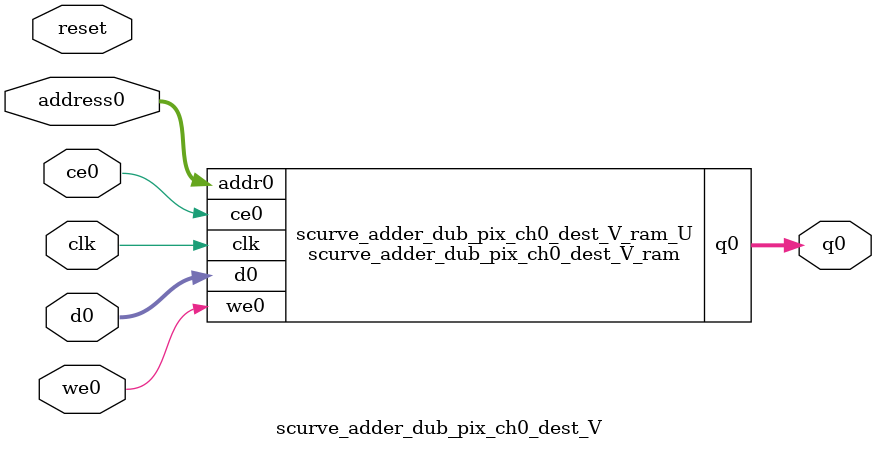
<source format=v>

`timescale 1 ns / 1 ps
module scurve_adder_dub_pix_ch0_dest_V_ram (addr0, ce0, d0, we0, q0,  clk);

parameter DWIDTH = 6;
parameter AWIDTH = 8;
parameter MEM_SIZE = 192;

input[AWIDTH-1:0] addr0;
input ce0;
input[DWIDTH-1:0] d0;
input we0;
output reg[DWIDTH-1:0] q0;
input clk;

(* ram_style = "block" *)reg [DWIDTH-1:0] ram[MEM_SIZE-1:0];




always @(posedge clk)  
begin 
    if (ce0) 
    begin
        if (we0) 
        begin 
            ram[addr0] <= d0; 
            q0 <= d0;
        end 
        else 
            q0 <= ram[addr0];
    end
end


endmodule


`timescale 1 ns / 1 ps
module scurve_adder_dub_pix_ch0_dest_V(
    reset,
    clk,
    address0,
    ce0,
    we0,
    d0,
    q0);

parameter DataWidth = 32'd6;
parameter AddressRange = 32'd192;
parameter AddressWidth = 32'd8;
input reset;
input clk;
input[AddressWidth - 1:0] address0;
input ce0;
input we0;
input[DataWidth - 1:0] d0;
output[DataWidth - 1:0] q0;



scurve_adder_dub_pix_ch0_dest_V_ram scurve_adder_dub_pix_ch0_dest_V_ram_U(
    .clk( clk ),
    .addr0( address0 ),
    .ce0( ce0 ),
    .d0( d0 ),
    .we0( we0 ),
    .q0( q0 ));

endmodule


</source>
